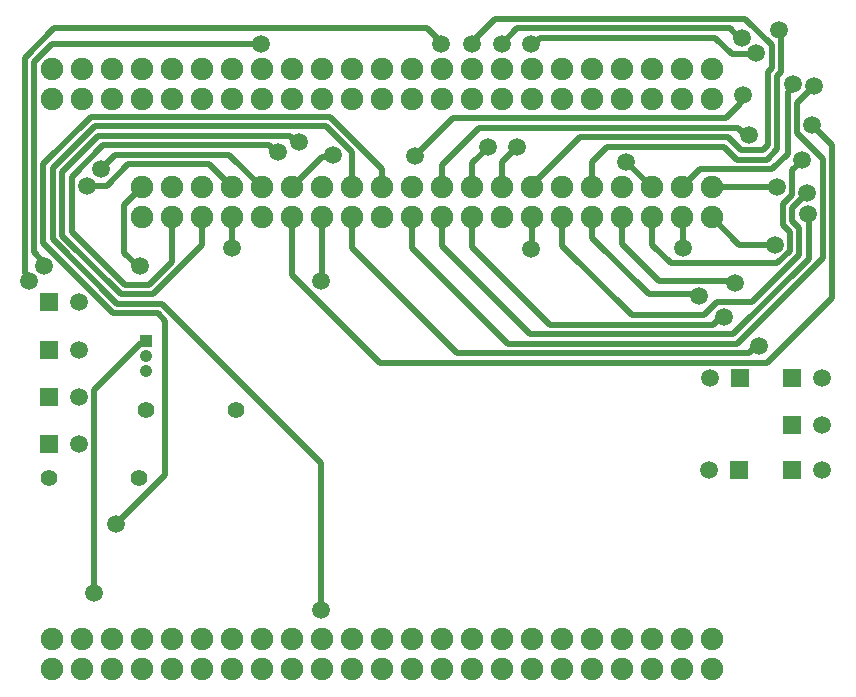
<source format=gtl>
G04*
G04 #@! TF.GenerationSoftware,Altium Limited,Altium Designer,22.2.1 (43)*
G04*
G04 Layer_Physical_Order=1*
G04 Layer_Color=255*
%FSLAX44Y44*%
%MOMM*%
G71*
G04*
G04 #@! TF.SameCoordinates,9EA06B20-4A3A-45EB-A118-918BD9F5FCFE*
G04*
G04*
G04 #@! TF.FilePolarity,Positive*
G04*
G01*
G75*
%ADD10C,0.5000*%
%ADD11R,1.5000X1.5000*%
%ADD12C,1.5000*%
%ADD13C,1.9000*%
%ADD14C,1.4000*%
%ADD15R,1.0500X1.0500*%
%ADD16C,1.0500*%
D10*
X127000Y214769D02*
Y345686D01*
X85615Y173385D02*
X127000Y214769D01*
X67000Y115000D02*
Y287203D01*
X106547Y326750D01*
X83000Y352000D02*
X120686D01*
X24000Y411000D02*
X83000Y352000D01*
X120686D02*
X127000Y345686D01*
X106547Y326750D02*
X109050D01*
X111000Y328700D01*
X117000Y368000D02*
X158300Y409300D01*
X93000Y376000D02*
X113686D01*
X89627Y368000D02*
X117000D01*
X158300Y409300D02*
Y429232D01*
X113686Y376000D02*
X132900Y395214D01*
Y428690D01*
X92500Y403249D02*
X103749Y392000D01*
X106000D01*
X92500Y403249D02*
Y443400D01*
X48000Y421000D02*
X93000Y376000D01*
X260187Y484087D02*
X267087D01*
X269000Y486000D01*
X339000Y485000D02*
X371000Y517000D01*
X237294Y497130D02*
X240000D01*
X232424Y502000D02*
X237294Y497130D01*
X614087Y535087D02*
X616000Y537000D01*
X614087Y529087D02*
Y535087D01*
X607000Y571000D02*
X626640D01*
X613155Y585139D02*
X615339D01*
X626640Y571000D02*
X627621Y571980D01*
X612294Y509000D02*
X618294Y503000D01*
X621000D01*
X614314Y490000D02*
X633385D01*
X603314Y501000D02*
X614314Y490000D01*
X580300Y474000D02*
X641000D01*
X600000Y493000D02*
X611000Y482000D01*
X633385Y490000D02*
X637297Y493913D01*
X641000Y474000D02*
X654000Y487000D01*
X564700Y458400D02*
X580300Y474000D01*
X611000Y482000D02*
X636698D01*
X645297Y490599D01*
X480052Y509000D02*
X612294D01*
X637297Y493913D02*
Y556396D01*
X234500Y458400D02*
X260187Y484087D01*
X92500Y443400D02*
X107500Y458400D01*
X181500Y486000D02*
X209100Y458400D01*
X84740Y486000D02*
X181500D01*
X164100Y478000D02*
X183700Y458400D01*
X95602Y478000D02*
X164100D01*
X371000Y517000D02*
X602000D01*
X657808Y472808D02*
X666000Y481000D01*
Y482000D01*
X657808Y452214D02*
Y472808D01*
X590169Y458469D02*
X644738D01*
X644808Y458539D01*
X650000Y444407D02*
X657808Y452214D01*
X658000Y441093D02*
X670808Y453901D01*
X590100Y458400D02*
X590169Y458469D01*
X662000Y504385D02*
X684000Y482385D01*
X675000Y511000D02*
X692000Y494000D01*
Y365000D02*
Y494000D01*
X611326Y326000D02*
X684000Y398674D01*
Y482385D01*
X637000Y310000D02*
X692000Y365000D01*
X662000Y529785D02*
X676185Y543969D01*
X662000Y504385D02*
Y529785D01*
X645297Y553082D02*
X648621Y556406D01*
X637297Y556396D02*
X640621Y559720D01*
X618385Y601000D02*
X640621Y578764D01*
X645297Y490599D02*
Y553082D01*
X658297Y543274D02*
Y545980D01*
X654000Y487000D02*
Y538977D01*
X658297Y543274D01*
X501500Y493000D02*
X600000D01*
X478615Y501000D02*
X603314D01*
X361500Y477500D02*
X393000Y509000D01*
X513900Y410830D02*
X545230Y379500D01*
X577500Y368000D02*
X579000Y366500D01*
X536500Y368000D02*
X577500D01*
X545230Y379500D02*
X607500D01*
X609192Y377808D01*
X621294Y318000D02*
X627294Y324000D01*
X630000D01*
X374000Y318000D02*
X621294D01*
X602000Y517000D02*
X614087Y529087D01*
X538150Y459236D02*
Y459393D01*
X517543Y480000D02*
X538150Y459393D01*
X517386Y480000D02*
X517543D01*
X488500Y458400D02*
Y480000D01*
X501500Y493000D01*
X480052Y509000D02*
X480052Y509000D01*
X393000Y509000D02*
X480052D01*
X437700Y460085D02*
X478615Y501000D01*
X539300Y409700D02*
X555000Y394000D01*
X645385D02*
X656000Y404615D01*
X555000Y394000D02*
X645385D01*
X624039Y361341D02*
X664000Y401302D01*
X594484Y361341D02*
X624039D01*
X597551Y348341D02*
X600257D01*
X453000Y342000D02*
X591211D01*
X583143Y350000D02*
X594484Y361341D01*
X591211Y342000D02*
X597551Y348341D01*
X488500Y416000D02*
X536500Y368000D01*
X436000Y334000D02*
X608012D01*
X664000Y401302D02*
Y424324D01*
X613100Y410000D02*
X643000D01*
X672000Y397988D02*
Y434708D01*
X650000Y427010D02*
X656000Y421010D01*
X608012Y334000D02*
X672000Y397988D01*
X417000Y326000D02*
X611326D01*
X671000Y435708D02*
X672000Y434708D01*
X656000Y404615D02*
Y421010D01*
X658000Y430324D02*
X664000Y424324D01*
X650000Y427010D02*
Y444407D01*
X658000Y430324D02*
Y441093D01*
X590100Y433000D02*
X613100Y410000D01*
X463100Y408900D02*
X522000Y350000D01*
X361500Y408500D02*
X436000Y334000D01*
X522000Y350000D02*
X583143D01*
X285300Y406700D02*
X374000Y318000D01*
X309000Y310000D02*
X637000D01*
X336100Y406900D02*
X417000Y326000D01*
X234500Y384500D02*
X309000Y310000D01*
X386900Y408100D02*
X453000Y342000D01*
X648621Y556406D02*
Y590145D01*
X640621Y559720D02*
Y578764D01*
X646766Y592000D02*
X648621Y590145D01*
X412300Y452400D02*
Y480300D01*
X425000Y493000D01*
X386900Y478900D02*
X400000Y492000D01*
Y493000D01*
X539300Y409700D02*
Y427000D01*
X565635Y407000D02*
Y426065D01*
X263255Y510130D02*
X285300Y488085D01*
X266568Y518130D02*
X310700Y473998D01*
Y452400D02*
Y473998D01*
X67444Y510130D02*
X263255D01*
X64130Y518130D02*
X266568D01*
X285300Y456188D02*
Y488085D01*
X234500Y384500D02*
Y428770D01*
X259000Y426100D02*
X259450Y425650D01*
Y379450D02*
Y425650D01*
X259000Y379000D02*
X259450Y379450D01*
X183850Y407150D02*
X184000Y407000D01*
X183850Y407150D02*
Y426500D01*
X437350Y406350D02*
Y426650D01*
X437000Y406000D02*
X437350Y406350D01*
Y426650D02*
X437700Y427000D01*
X259000Y101300D02*
X259300Y101000D01*
X259000Y101300D02*
Y225000D01*
X8000Y568057D02*
X32943Y593000D01*
X349000D01*
X360600Y581400D01*
X31257Y580000D02*
X208400D01*
X593000Y585000D02*
X607000Y571000D01*
X437000Y580000D02*
X439706D01*
X444706Y585000D01*
X593000D01*
X412000Y580000D02*
X425000Y593000D01*
X605294D01*
X386800Y581800D02*
X406000Y601000D01*
X605294Y593000D02*
X613155Y585139D01*
X406000Y601000D02*
X618385D01*
X360600Y580000D02*
Y581400D01*
X386800Y580000D02*
Y581800D01*
X16000Y564743D02*
X31257Y580000D01*
X70627Y502000D02*
X232424D01*
X8000Y385706D02*
X12000Y381706D01*
X61000Y459885D02*
X77487D01*
X72485Y473745D02*
X84740Y486000D01*
X48000Y467645D02*
X74355Y494000D01*
X16000Y403321D02*
Y564743D01*
X40000Y417627D02*
Y471373D01*
X77487Y459885D02*
X95602Y478000D01*
X32000Y414314D02*
X86314Y360000D01*
X16000Y403321D02*
X24808Y394514D01*
X40000Y471373D02*
X70627Y502000D01*
X32000Y474686D02*
X67444Y510130D01*
X32000Y414314D02*
Y474686D01*
X24000Y478000D02*
X64130Y518130D01*
X24000Y411000D02*
Y478000D01*
X8000Y385706D02*
Y568057D01*
X12000Y379000D02*
Y381706D01*
X24808Y391808D02*
Y394514D01*
X40000Y417627D02*
X89627Y368000D01*
X48000Y421000D02*
Y467645D01*
X74355Y494000D02*
X215071D01*
X221071Y488000D02*
X223000D01*
X215071Y494000D02*
X221071Y488000D01*
X86314Y360000D02*
X124000D01*
X259000Y225000D01*
X463100Y408900D02*
Y429000D01*
X386900Y408100D02*
Y427000D01*
X361500Y408500D02*
Y429000D01*
X183350Y427000D02*
X183850Y426500D01*
X513900Y410830D02*
Y427000D01*
X488500Y416000D02*
Y427000D01*
X285300Y406700D02*
Y427000D01*
X336100Y406900D02*
Y427000D01*
X386900Y452400D02*
Y478900D01*
X361500Y452400D02*
Y477500D01*
D11*
X614000Y297000D02*
D03*
X613000Y219000D02*
D03*
X28400Y241000D02*
D03*
Y281000D02*
D03*
Y321000D02*
D03*
Y361000D02*
D03*
X658000Y297000D02*
D03*
Y257000D02*
D03*
Y219000D02*
D03*
D12*
X588600Y297000D02*
D03*
X587600Y219000D02*
D03*
X53800Y241000D02*
D03*
Y281000D02*
D03*
Y321000D02*
D03*
Y361000D02*
D03*
X683400Y297000D02*
D03*
Y257000D02*
D03*
Y219000D02*
D03*
X67000Y115000D02*
D03*
X85615Y173385D02*
D03*
X106000Y392000D02*
D03*
X339000Y485000D02*
D03*
X269000Y486000D02*
D03*
X240000Y497130D02*
D03*
X616000Y537000D02*
D03*
X615339Y585139D02*
D03*
X627621Y571980D02*
D03*
X621000Y503000D02*
D03*
X644808Y458539D02*
D03*
X670808Y453901D02*
D03*
X658297Y545980D02*
D03*
X579000Y366500D02*
D03*
X609192Y377808D02*
D03*
X630000Y324000D02*
D03*
X517386Y480000D02*
D03*
X666000Y482000D02*
D03*
X600257Y348341D02*
D03*
X643000Y410000D02*
D03*
X675000Y511000D02*
D03*
X676185Y543969D02*
D03*
X671000Y435708D02*
D03*
X425000Y493000D02*
D03*
X400000D02*
D03*
X565635Y407000D02*
D03*
X259000Y379000D02*
D03*
X184000Y407000D02*
D03*
X437000Y406000D02*
D03*
X259300Y101000D02*
D03*
X208400Y580000D02*
D03*
X386800D02*
D03*
X360600D02*
D03*
X437000D02*
D03*
X412000D02*
D03*
X72485Y473745D02*
D03*
X61000Y459885D02*
D03*
X12000Y379000D02*
D03*
X24808Y391808D02*
D03*
X223000Y488000D02*
D03*
X646766Y592000D02*
D03*
D13*
X590100Y458400D02*
D03*
X488500D02*
D03*
X463100D02*
D03*
X437700D02*
D03*
X412300D02*
D03*
X386900D02*
D03*
X361500D02*
D03*
X336100D02*
D03*
X310700D02*
D03*
X539300D02*
D03*
X513900D02*
D03*
X285300D02*
D03*
X564700D02*
D03*
X590100Y433000D02*
D03*
X539300D02*
D03*
X564700D02*
D03*
X488500D02*
D03*
X463100D02*
D03*
X437700D02*
D03*
X412300D02*
D03*
X386900D02*
D03*
X361500D02*
D03*
X513900D02*
D03*
X310700D02*
D03*
X336100D02*
D03*
X285300D02*
D03*
X259900Y458400D02*
D03*
X234500D02*
D03*
Y433000D02*
D03*
X209100D02*
D03*
X183700Y458400D02*
D03*
X158300D02*
D03*
X183700Y433000D02*
D03*
X158300D02*
D03*
X132900Y458400D02*
D03*
X107500D02*
D03*
X132900Y433000D02*
D03*
X107500D02*
D03*
X209100Y458400D02*
D03*
X259900Y433000D02*
D03*
X488200Y75930D02*
D03*
X513600D02*
D03*
X437400D02*
D03*
X462800D02*
D03*
X564400D02*
D03*
X589800D02*
D03*
X539000D02*
D03*
X335800D02*
D03*
X361200D02*
D03*
X310400D02*
D03*
X386600D02*
D03*
X412000D02*
D03*
X285000Y50530D02*
D03*
X513600D02*
D03*
X462800D02*
D03*
X488200D02*
D03*
X564400D02*
D03*
X589800D02*
D03*
X539000D02*
D03*
X335800D02*
D03*
X361200D02*
D03*
X310400D02*
D03*
X412000D02*
D03*
X437400D02*
D03*
X386600D02*
D03*
X183400Y75930D02*
D03*
X208800D02*
D03*
X158000D02*
D03*
X259600D02*
D03*
X285000D02*
D03*
X234200D02*
D03*
X56400D02*
D03*
X81800D02*
D03*
X31000D02*
D03*
X107200D02*
D03*
X132600D02*
D03*
X31000Y50530D02*
D03*
X183400D02*
D03*
X208800D02*
D03*
X158000D02*
D03*
X234200D02*
D03*
X259600D02*
D03*
X56400D02*
D03*
X81800D02*
D03*
X107200D02*
D03*
X132600D02*
D03*
X488200Y558530D02*
D03*
X513600D02*
D03*
X437400D02*
D03*
X462800D02*
D03*
X564400D02*
D03*
X589800D02*
D03*
X539000D02*
D03*
X335800D02*
D03*
X361200D02*
D03*
X310400D02*
D03*
X386600D02*
D03*
X412000D02*
D03*
X285000Y533130D02*
D03*
X513600D02*
D03*
X462800D02*
D03*
X488200D02*
D03*
X564400D02*
D03*
X589800D02*
D03*
X539000D02*
D03*
X335800D02*
D03*
X361200D02*
D03*
X310400D02*
D03*
X412000D02*
D03*
X437400D02*
D03*
X386600D02*
D03*
X183400Y558530D02*
D03*
X208800D02*
D03*
X158000D02*
D03*
X259600D02*
D03*
X285000D02*
D03*
X234200D02*
D03*
X56400D02*
D03*
X81800D02*
D03*
X31000D02*
D03*
X107200D02*
D03*
X132600D02*
D03*
X31000Y533130D02*
D03*
X183400D02*
D03*
X208800D02*
D03*
X158000D02*
D03*
X234200D02*
D03*
X259600D02*
D03*
X56400D02*
D03*
X81800D02*
D03*
X107200D02*
D03*
X132600D02*
D03*
D14*
X105100Y212000D02*
D03*
X28900D02*
D03*
X187100Y270000D02*
D03*
X110900D02*
D03*
D15*
X111000Y328700D02*
D03*
D16*
Y316000D02*
D03*
Y303300D02*
D03*
M02*

</source>
